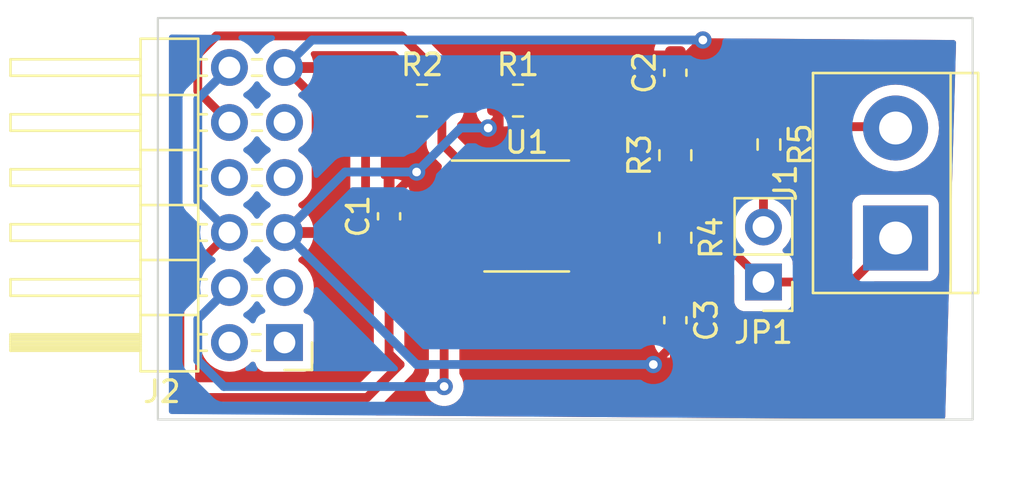
<source format=kicad_pcb>
(kicad_pcb (version 20221018) (generator pcbnew)
  (layers (0 "F.Cu" signal) (31 "B.Cu" signal) (34 "B.Paste" user) (35 "F.Paste" user) (36 "B.SilkS" user "B.Silkscreen") (37 "F.SilkS" user "F.Silkscreen") (38 "B.Mask" user) (39 "F.Mask" user) (44 "Edge.Cuts" user))
  (net 0 "")
  (net 1 "+3.3V")
  (net 2 "GND")
  (net 3 "Net-(C2-Pad1)")
  (net 4 "Net-(C3-Pad1)")
  (net 5 "CAN_L")
  (net 6 "CAN_H")
  (net 10 "CRX")
  (net 14 "CTX")
  (net 15 "Net-(JP1-B)")
  (net 16 "Net-(U1-Rs)")
  (footprint "Connector_PinHeader_2.54mm:PinHeader_2x06_P2.54mm_Horizontal" (layer "F.Cu") (at 154.94 88.9 180)
    (fp_text reference "J2" (at 5.655 -2.27) (layer "F.SilkS"))
    (fp_text value "PMOD")
    (fp_line (start -1.27 -1.27) (end 0 -1.27) (stroke (width 0.12)) (layer "F.SilkS"))
    (fp_line (start -1.27 0) (end -1.27 -1.27) (stroke (width 0.12)) (layer "F.SilkS"))
    (fp_line (start 1.042929 2.16) (end 1.497071 2.16) (stroke (width 0.12)) (layer "F.SilkS"))
    (fp_line (start 1.042929 2.92) (end 1.497071 2.92) (stroke (width 0.12)) (layer "F.SilkS"))
    (fp_line (start 1.042929 4.7) (end 1.497071 4.7) (stroke (width 0.12)) (layer "F.SilkS"))
    (fp_line (start 1.042929 5.46) (end 1.497071 5.46) (stroke (width 0.12)) (layer "F.SilkS"))
    (fp_line (start 1.042929 7.24) (end 1.497071 7.24) (stroke (width 0.12)) (layer "F.SilkS"))
    (fp_line (start 1.042929 8) (end 1.497071 8) (stroke (width 0.12)) (layer "F.SilkS"))
    (fp_line (start 1.042929 9.78) (end 1.497071 9.78) (stroke (width 0.12)) (layer "F.SilkS"))
    (fp_line (start 1.042929 10.54) (end 1.497071 10.54) (stroke (width 0.12)) (layer "F.SilkS"))
    (fp_line (start 1.042929 12.32) (end 1.497071 12.32) (stroke (width 0.12)) (layer "F.SilkS"))
    (fp_line (start 1.042929 13.08) (end 1.497071 13.08) (stroke (width 0.12)) (layer "F.SilkS"))
    (fp_line (start 1.11 -0.38) (end 1.497071 -0.38) (stroke (width 0.12)) (layer "F.SilkS"))
    (fp_line (start 1.11 0.38) (end 1.497071 0.38) (stroke (width 0.12)) (layer "F.SilkS"))
    (fp_line (start 3.582929 -0.38) (end 3.98 -0.38) (stroke (width 0.12)) (layer "F.SilkS"))
    (fp_line (start 3.582929 0.38) (end 3.98 0.38) (stroke (width 0.12)) (layer "F.SilkS"))
    (fp_line (start 3.582929 2.16) (end 3.98 2.16) (stroke (width 0.12)) (layer "F.SilkS"))
    (fp_line (start 3.582929 2.92) (end 3.98 2.92) (stroke (width 0.12)) (layer "F.SilkS"))
    (fp_line (start 3.582929 4.7) (end 3.98 4.7) (stroke (width 0.12)) (layer "F.SilkS"))
    (fp_line (start 3.582929 5.46) (end 3.98 5.46) (stroke (width 0.12)) (layer "F.SilkS"))
    (fp_line (start 3.582929 7.24) (end 3.98 7.24) (stroke (width 0.12)) (layer "F.SilkS"))
    (fp_line (start 3.582929 8) (end 3.98 8) (stroke (width 0.12)) (layer "F.SilkS"))
    (fp_line (start 3.582929 9.78) (end 3.98 9.78) (stroke (width 0.12)) (layer "F.SilkS"))
    (fp_line (start 3.582929 10.54) (end 3.98 10.54) (stroke (width 0.12)) (layer "F.SilkS"))
    (fp_line (start 3.582929 12.32) (end 3.98 12.32) (stroke (width 0.12)) (layer "F.SilkS"))
    (fp_line (start 3.582929 13.08) (end 3.98 13.08) (stroke (width 0.12)) (layer "F.SilkS"))
    (fp_line (start 3.98 -1.33) (end 3.98 14.03) (stroke (width 0.12)) (layer "F.SilkS"))
    (fp_line (start 3.98 1.27) (end 6.64 1.27) (stroke (width 0.12)) (layer "F.SilkS"))
    (fp_line (start 3.98 3.81) (end 6.64 3.81) (stroke (width 0.12)) (layer "F.SilkS"))
    (fp_line (start 3.98 6.35) (end 6.64 6.35) (stroke (width 0.12)) (layer "F.SilkS"))
    (fp_line (start 3.98 8.89) (end 6.64 8.89) (stroke (width 0.12)) (layer "F.SilkS"))
    (fp_line (start 3.98 11.43) (end 6.64 11.43) (stroke (width 0.12)) (layer "F.SilkS"))
    (fp_line (start 3.98 14.03) (end 6.64 14.03) (stroke (width 0.12)) (layer "F.SilkS"))
    (fp_line (start 6.64 -1.33) (end 3.98 -1.33) (stroke (width 0.12)) (layer "F.SilkS"))
    (fp_line (start 6.64 -0.38) (end 12.64 -0.38) (stroke (width 0.12)) (layer "F.SilkS"))
    (fp_line (start 6.64 -0.32) (end 12.64 -0.32) (stroke (width 0.12)) (layer "F.SilkS"))
    (fp_line (start 6.64 -0.2) (end 12.64 -0.2) (stroke (width 0.12)) (layer "F.SilkS"))
    (fp_line (start 6.64 -0.08) (end 12.64 -0.08) (stroke (width 0.12)) (layer "F.SilkS"))
    (fp_line (start 6.64 0.04) (end 12.64 0.04) (stroke (width 0.12)) (layer "F.SilkS"))
    (fp_line (start 6.64 0.16) (end 12.64 0.16) (stroke (width 0.12)) (layer "F.SilkS"))
    (fp_line (start 6.64 0.28) (end 12.64 0.28) (stroke (width 0.12)) (layer "F.SilkS"))
    (fp_line (start 6.64 2.16) (end 12.64 2.16) (stroke (width 0.12)) (layer "F.SilkS"))
    (fp_line (start 6.64 4.7) (end 12.64 4.7) (stroke (width 0.12)) (layer "F.SilkS"))
    (fp_line (start 6.64 7.24) (end 12.64 7.24) (stroke (width 0.12)) (layer "F.SilkS"))
    (fp_line (start 6.64 9.78) (end 12.64 9.78) (stroke (width 0.12)) (layer "F.SilkS"))
    (fp_line (start 6.64 12.32) (end 12.64 12.32) (stroke (width 0.12)) (layer "F.SilkS"))
    (fp_line (start 6.64 14.03) (end 6.64 -1.33) (stroke (width 0.12)) (layer "F.SilkS"))
    (fp_line (start 12.64 -0.38) (end 12.64 0.38) (stroke (width 0.12)) (layer "F.SilkS"))
    (fp_line (start 12.64 0.38) (end 6.64 0.38) (stroke (width 0.12)) (layer "F.SilkS"))
    (fp_line (start 12.64 2.16) (end 12.64 2.92) (stroke (width 0.12)) (layer "F.SilkS"))
    (fp_line (start 12.64 2.92) (end 6.64 2.92) (stroke (width 0.12)) (layer "F.SilkS"))
    (fp_line (start 12.64 4.7) (end 12.64 5.46) (stroke (width 0.12)) (layer "F.SilkS"))
    (fp_line (start 12.64 5.46) (end 6.64 5.46) (stroke (width 0.12)) (layer "F.SilkS"))
    (fp_line (start 12.64 7.24) (end 12.64 8) (stroke (width 0.12)) (layer "F.SilkS"))
    (fp_line (start 12.64 8) (end 6.64 8) (stroke (width 0.12)) (layer "F.SilkS"))
    (fp_line (start 12.64 9.78) (end 12.64 10.54) (stroke (width 0.12)) (layer "F.SilkS"))
    (fp_line (start 12.64 10.54) (end 6.64 10.54) (stroke (width 0.12)) (layer "F.SilkS"))
    (fp_line (start 12.64 12.32) (end 12.64 13.08) (stroke (width 0.12)) (layer "F.SilkS"))
    (fp_line (start 12.64 13.08) (end 6.64 13.08) (stroke (width 0.12)) (layer "F.SilkS"))
    (pad "1" thru_hole rect (at 0 0 180) (size 1.7 1.7) (drill 1) (layers "*.Cu" "*.Mask"))
    (pad "2" thru_hole oval (at 2.54 0 180) (size 1.7 1.7) (drill 1) (layers "*.Cu" "*.Mask"))
    (pad "3" thru_hole oval (at 0 2.54 180) (size 1.7 1.7) (drill 1) (layers "*.Cu" "*.Mask"))
    (pad "4" thru_hole oval (at 2.54 2.54 180) (size 1.7 1.7) (drill 1) (layers "*.Cu" "*.Mask") (net 10 "CRX"))
    (pad "5" thru_hole oval (at 0 5.08 180) (size 1.7 1.7) (drill 1) (layers "*.Cu" "*.Mask") (net 2 "GND"))
    (pad "6" thru_hole oval (at 2.54 5.08 180) (size 1.7 1.7) (drill 1) (layers "*.Cu" "*.Mask") (net 1 "+3.3V"))
    (pad "7" thru_hole oval (at 0 7.62 180) (size 1.7 1.7) (drill 1) (layers "*.Cu" "*.Mask"))
    (pad "8" thru_hole oval (at 2.54 7.62 180) (size 1.7 1.7) (drill 1) (layers "*.Cu" "*.Mask"))
    (pad "9" thru_hole oval (at 0 10.16 180) (size 1.7 1.7) (drill 1) (layers "*.Cu" "*.Mask"))
    (pad "10" thru_hole oval (at 2.54 10.16 180) (size 1.7 1.7) (drill 1) (layers "*.Cu" "*.Mask") (net 14 "CTX"))
    (pad "11" thru_hole oval (at 0 12.7 180) (size 1.7 1.7) (drill 1) (layers "*.Cu" "*.Mask") (net 2 "GND"))
    (pad "12" thru_hole oval (at 2.54 12.7 180) (size 1.7 1.7) (drill 1) (layers "*.Cu" "*.Mask") (net 1 "+3.3V"))
  )
  (footprint "Connector_PinHeader_2.54mm:PinHeader_1x02_P2.54mm_Vertical" (layer "F.Cu") (at 177.038 86.106 180)
    (fp_text reference "JP1" (at 0 -2.33) (layer "F.SilkS"))
    (fp_text value "Jumper_2_Open")
    (fp_line (start -1.33 -1.33) (end 0 -1.33) (stroke (width 0.12)) (layer "F.SilkS"))
    (fp_line (start -1.33 0) (end -1.33 -1.33) (stroke (width 0.12)) (layer "F.SilkS"))
    (fp_line (start -1.33 1.27) (end -1.33 3.87) (stroke (width 0.12)) (layer "F.SilkS"))
    (fp_line (start -1.33 1.27) (end 1.33 1.27) (stroke (width 0.12)) (layer "F.SilkS"))
    (fp_line (start -1.33 3.87) (end 1.33 3.87) (stroke (width 0.12)) (layer "F.SilkS"))
    (fp_line (start 1.33 1.27) (end 1.33 3.87) (stroke (width 0.12)) (layer "F.SilkS"))
    (pad "1" thru_hole rect (at 0 0 180) (size 1.7 1.7) (drill 1) (layers "*.Cu" "*.Mask") (net 5 "CAN_L"))
    (pad "2" thru_hole oval (at 0 2.54 180) (size 1.7 1.7) (drill 1) (layers "*.Cu" "*.Mask") (net 15 "Net-(JP1-B)"))
  )
  (footprint "Resistor_SMD:R_0805_2012Metric" (layer "F.Cu") (at 172.974 84.061 -90)
    (fp_text reference "R4" (at 0 -1.65 90) (layer "F.SilkS"))
    (fp_text value "100")
    (fp_line (start -0.227064 -0.735) (end 0.227064 -0.735) (stroke (width 0.12)) (layer "F.SilkS"))
    (fp_line (start -0.227064 0.735) (end 0.227064 0.735) (stroke (width 0.12)) (layer "F.SilkS"))
    (pad "1" smd roundrect (at -0.9125 0 270) (size 1.025 1.4) (layers "F.Cu" "F.Paste" "F.Mask") (roundrect_rratio 0.243902439) (net 5 "CAN_L"))
    (pad "2" smd roundrect (at 0.9125 0 270) (size 1.025 1.4) (layers "F.Cu" "F.Paste" "F.Mask") (roundrect_rratio 0.243902439) (net 4 "Net-(C3-Pad1)"))
  )
  (footprint "Capacitor_SMD:C_0603_1608Metric" (layer "F.Cu") (at 159.766 83.071 90)
    (fp_text reference "C1" (at 0 -1.43 90) (layer "F.SilkS"))
    (fp_text value "100nF")
    (fp_line (start -0.14058 -0.51) (end 0.14058 -0.51) (stroke (width 0.12)) (layer "F.SilkS"))
    (fp_line (start -0.14058 0.51) (end 0.14058 0.51) (stroke (width 0.12)) (layer "F.SilkS"))
    (pad "1" smd roundrect (at -0.775 0 90) (size 0.9 0.95) (layers "F.Cu" "F.Paste" "F.Mask") (net 1 "+3.3V"))
    (pad "2" smd roundrect (at 0.775 0 90) (size 0.9 0.95) (layers "F.Cu" "F.Paste" "F.Mask") (net 2 "GND"))
  )
  (footprint "Resistor_SMD:R_0805_2012Metric" (layer "F.Cu") (at 165.7115 77.724)
    (fp_text reference "R1" (at 0 -1.65) (layer "F.SilkS"))
    (fp_text value "4.7K")
    (fp_line (start -0.227064 -0.735) (end 0.227064 -0.735) (stroke (width 0.12)) (layer "F.SilkS"))
    (fp_line (start -0.227064 0.735) (end 0.227064 0.735) (stroke (width 0.12)) (layer "F.SilkS"))
    (pad "1" smd roundrect (at -0.9125 0) (size 1.025 1.4) (layers "F.Cu" "F.Paste" "F.Mask") (roundrect_rratio 0.243902439) (net 2 "GND"))
    (pad "2" smd roundrect (at 0.9125 0) (size 1.025 1.4) (layers "F.Cu" "F.Paste" "F.Mask") (roundrect_rratio 0.243902439) (net 16 "Net-(U1-Rs)"))
  )
  (footprint "Package_SO:SOIC-8_3.9x4.9mm_P1.27mm" (layer "F.Cu") (at 166.116 83.058)
    (fp_text reference "U1" (at 0 -3.4) (layer "F.SilkS"))
    (fp_text value "SN65HVD230")
    (fp_line (start 0 -2.56) (end -3.45 -2.56) (stroke (width 0.12)) (layer "F.SilkS"))
    (fp_line (start 0 -2.56) (end 1.95 -2.56) (stroke (width 0.12)) (layer "F.SilkS"))
    (fp_line (start 0 2.56) (end -1.95 2.56) (stroke (width 0.12)) (layer "F.SilkS"))
    (fp_line (start 0 2.56) (end 1.95 2.56) (stroke (width 0.12)) (layer "F.SilkS"))
    (pad "1" smd roundrect (at -2.475 -1.905) (size 1.95 0.6) (layers "F.Cu" "F.Paste" "F.Mask") (net 14 "CTX"))
    (pad "2" smd roundrect (at -2.475 -0.635) (size 1.95 0.6) (layers "F.Cu" "F.Paste" "F.Mask") (net 2 "GND"))
    (pad "3" smd roundrect (at -2.475 0.635) (size 1.95 0.6) (layers "F.Cu" "F.Paste" "F.Mask") (net 1 "+3.3V"))
    (pad "4" smd roundrect (at -2.475 1.905) (size 1.95 0.6) (layers "F.Cu" "F.Paste" "F.Mask") (net 10 "CRX"))
    (pad "5" smd roundrect (at 2.475 1.905) (size 1.95 0.6) (layers "F.Cu" "F.Paste" "F.Mask"))
    (pad "6" smd roundrect (at 2.475 0.635) (size 1.95 0.6) (layers "F.Cu" "F.Paste" "F.Mask") (net 5 "CAN_L"))
    (pad "7" smd roundrect (at 2.475 -0.635) (size 1.95 0.6) (layers "F.Cu" "F.Paste" "F.Mask") (net 6 "CAN_H"))
    (pad "8" smd roundrect (at 2.475 -1.905) (size 1.95 0.6) (layers "F.Cu" "F.Paste" "F.Mask") (net 16 "Net-(U1-Rs)"))
  )
  (footprint "TerminalBlock:TerminalBlock_bornier-2_P5.08mm" (layer "F.Cu") (at 183.134 84.074 90)
    (fp_text reference "J1" (at 2.54 -5.08 90) (layer "F.SilkS"))
    (fp_text value "Conn_01x02")
    (fp_line (start -2.54 -3.81) (end -2.54 3.81) (stroke (width 0.12)) (layer "F.SilkS"))
    (fp_line (start -2.54 3.81) (end 7.62 3.81) (stroke (width 0.12)) (layer "F.SilkS"))
    (fp_line (start 7.62 -3.81) (end -2.54 -3.81) (stroke (width 0.12)) (layer "F.SilkS"))
    (fp_line (start 7.62 2.54) (end -2.54 2.54) (stroke (width 0.12)) (layer "F.SilkS"))
    (fp_line (start 7.62 3.81) (end 7.62 -3.81) (stroke (width 0.12)) (layer "F.SilkS"))
    (pad "1" thru_hole rect (at 0 0 90) (size 3 3) (drill 1.52) (layers "*.Cu" "*.Mask") (net 5 "CAN_L"))
    (pad "2" thru_hole circle (at 5.08 0 90) (size 3 3) (drill 1.52) (layers "*.Cu" "*.Mask") (net 6 "CAN_H"))
  )
  (footprint "Resistor_SMD:R_0805_2012Metric" (layer "F.Cu") (at 172.974 80.251 90)
    (fp_text reference "R3" (at 0 -1.65 90) (layer "F.SilkS"))
    (fp_text value "100")
    (fp_line (start -0.227064 -0.735) (end 0.227064 -0.735) (stroke (width 0.12)) (layer "F.SilkS"))
    (fp_line (start -0.227064 0.735) (end 0.227064 0.735) (stroke (width 0.12)) (layer "F.SilkS"))
    (pad "1" smd roundrect (at -0.9125 0 90) (size 1.025 1.4) (layers "F.Cu" "F.Paste" "F.Mask") (roundrect_rratio 0.243902439) (net 6 "CAN_H"))
    (pad "2" smd roundrect (at 0.9125 0 90) (size 1.025 1.4) (layers "F.Cu" "F.Paste" "F.Mask") (roundrect_rratio 0.243902439) (net 3 "Net-(C2-Pad1)"))
  )
  (footprint "Capacitor_SMD:C_0603_1608Metric" (layer "F.Cu") (at 172.974 87.871 -90)
    (fp_text reference "C3" (at 0 -1.43 90) (layer "F.SilkS"))
    (fp_text value "560pF")
    (fp_line (start -0.14058 -0.51) (end 0.14058 -0.51) (stroke (width 0.12)) (layer "F.SilkS"))
    (fp_line (start -0.14058 0.51) (end 0.14058 0.51) (stroke (width 0.12)) (layer "F.SilkS"))
    (pad "1" smd roundrect (at -0.775 0 270) (size 0.9 0.95) (layers "F.Cu" "F.Paste" "F.Mask") (net 4 "Net-(C3-Pad1)"))
    (pad "2" smd roundrect (at 0.775 0 270) (size 0.9 0.95) (layers "F.Cu" "F.Paste" "F.Mask") (net 2 "GND"))
  )
  (footprint "Resistor_SMD:R_0603_1608Metric" (layer "F.Cu") (at 177.292 79.756 -90)
    (fp_text reference "R5" (at 0 -1.43 90) (layer "F.SilkS"))
    (fp_text value "120")
    (fp_line (start -0.237258 -0.5225) (end 0.237258 -0.5225) (stroke (width 0.12)) (layer "F.SilkS"))
    (fp_line (start -0.237258 0.5225) (end 0.237258 0.5225) (stroke (width 0.12)) (layer "F.SilkS"))
    (pad "1" smd roundrect (at -0.825 0 270) (size 0.8 0.95) (layers "F.Cu" "F.Paste" "F.Mask") (net 6 "CAN_H"))
    (pad "2" smd roundrect (at 0.825 0 270) (size 0.8 0.95) (layers "F.Cu" "F.Paste" "F.Mask") (net 15 "Net-(JP1-B)"))
  )
  (footprint "Resistor_SMD:R_0805_2012Metric" (layer "F.Cu") (at 161.29 77.724)
    (fp_text reference "R2" (at 0 -1.65) (layer "F.SilkS"))
    (fp_text value "4.7k")
    (fp_line (start -0.227064 -0.735) (end 0.227064 -0.735) (stroke (width 0.12)) (layer "F.SilkS"))
    (fp_line (start -0.227064 0.735) (end 0.227064 0.735) (stroke (width 0.12)) (layer "F.SilkS"))
    (pad "1" smd roundrect (at -0.9125 0) (size 1.025 1.4) (layers "F.Cu" "F.Paste" "F.Mask") (roundrect_rratio 0.243902439) (net 1 "+3.3V"))
    (pad "2" smd roundrect (at 0.9125 0) (size 1.025 1.4) (layers "F.Cu" "F.Paste" "F.Mask") (roundrect_rratio 0.243902439) (net 14 "CTX"))
  )
  (footprint "Capacitor_SMD:C_0603_1608Metric" (layer "F.Cu") (at 172.974 76.441 90)
    (fp_text reference "C2" (at 0 -1.43 90) (layer "F.SilkS"))
    (fp_text value "560pF")
    (fp_line (start -0.14058 -0.51) (end 0.14058 -0.51) (stroke (width 0.12)) (layer "F.SilkS"))
    (fp_line (start -0.14058 0.51) (end 0.14058 0.51) (stroke (width 0.12)) (layer "F.SilkS"))
    (pad "1" smd roundrect (at -0.775 0 90) (size 0.9 0.95) (layers "F.Cu" "F.Paste" "F.Mask") (net 3 "Net-(C2-Pad1)"))
    (pad "2" smd roundrect (at 0.775 0 90) (size 0.9 0.95) (layers "F.Cu" "F.Paste" "F.Mask") (net 2 "GND"))
  )
  (gr_rect (start 149.098 73.914) (end 186.69 92.456) (stroke (width 0.1)) (fill none) (layer "Edge.Cuts"))
  (segment (start 152.4 83.82) (end 150.114 86.106) (width 0.4064) (layer "F.Cu") (net 1))
  (segment (start 159.766 83.846) (end 159.291 83.846) (width 0.4064) (layer "F.Cu") (net 1))
  (segment (start 159.766 89.408) (end 159.766 83.846) (width 0.4064) (layer "F.Cu") (net 1))
  (segment (start 150.114 86.106) (end 150.114 91.44) (width 0.4064) (layer "F.Cu") (net 1))
  (segment (start 159.766 83.846) (end 163.488 83.846) (width 0.4064) (layer "F.Cu") (net 1))
  (segment (start 159.291 83.846) (end 158.6814 83.2364) (width 0.4064) (layer "F.Cu") (net 1))
  (segment (start 158.75 91.44) (end 160.274 89.916) (width 0.4064) (layer "F.Cu") (net 1))
  (segment (start 158.6814 79.4201) (end 160.3775 77.724) (width 0.4064) (layer "F.Cu") (net 1))
  (segment (start 160.274 89.916) (end 159.766 89.408) (width 0.4064) (layer "F.Cu") (net 1))
  (segment (start 163.488 83.846) (end 163.641 83.693) (width 0.4064) (layer "F.Cu") (net 1))
  (segment (start 150.114 91.44) (end 158.75 91.44) (width 0.4064) (layer "F.Cu") (net 1))
  (segment (start 158.6814 83.2364) (end 158.6814 79.4201) (width 0.4064) (layer "F.Cu") (net 1))
  (segment (start 152.4 76.2) (end 150.9404 77.6596) (width 0.4064) (layer "B.Cu") (net 1))
  (segment (start 150.9404 77.6596) (end 150.9404 82.3604) (width 0.4064) (layer "B.Cu") (net 1))
  (segment (start 150.9404 82.3604) (end 152.4 83.82) (width 0.4064) (layer "B.Cu") (net 1))
  (segment (start 159.766 82.296) (end 163.514 82.296) (width 0.4064) (layer "F.Cu") (net 2))
  (segment (start 164.615999 82.423) (end 167.0064 84.813401) (width 0.4064) (layer "F.Cu") (net 2))
  (segment (start 164.799 77.724) (end 164.799 78.533) (width 0.4064) (layer "F.Cu") (net 2))
  (segment (start 172.974 88.9) (end 171.958 89.916) (width 0.4064) (layer "F.Cu") (net 2))
  (segment (start 164.799 77.613916) (end 166.746916 75.666) (width 0.4064) (layer "F.Cu") (net 2))
  (segment (start 167.0064 85.4724) (end 170.18 88.646) (width 0.4064) (layer "F.Cu") (net 2))
  (segment (start 154.94 76.2) (end 156.3996 77.6596) (width 0.4064) (layer "F.Cu") (net 2))
  (segment (start 164.799 78.533) (end 164.338 78.994) (width 0.4064) (layer "F.Cu") (net 2))
  (segment (start 159.766 82.296) (end 161.036 81.026) (width 0.4064) (layer "F.Cu") (net 2))
  (segment (start 172.974 88.646) (end 172.974 88.9) (width 0.4064) (layer "F.Cu") (net 2))
  (segment (start 164.799 77.724) (end 164.799 77.613916) (width 0.4064) (layer "F.Cu") (net 2))
  (segment (start 163.641 82.423) (end 164.615999 82.423) (width 0.4064) (layer "F.Cu") (net 2))
  (segment (start 156.3996 82.3604) (end 154.94 83.82) (width 0.4064) (layer "F.Cu") (net 2))
  (segment (start 166.746916 75.666) (end 172.974 75.666) (width 0.4064) (layer "F.Cu") (net 2))
  (segment (start 173.508 75.666) (end 174.244 74.93) (width 0.4064) (layer "F.Cu") (net 2))
  (segment (start 170.18 88.646) (end 172.974 88.646) (width 0.4064) (layer "F.Cu") (net 2))
  (segment (start 172.974 75.666) (end 173.508 75.666) (width 0.4064) (layer "F.Cu") (net 2))
  (segment (start 167.0064 84.813401) (end 167.0064 85.4724) (width 0.4064) (layer "F.Cu") (net 2))
  (segment (start 163.514 82.296) (end 163.641 82.423) (width 0.4064) (layer "F.Cu") (net 2))
  (segment (start 156.3996 77.6596) (end 156.3996 82.3604) (width 0.4064) (layer "F.Cu") (net 2))
  (via (at 161.036 81.026) (size 0.8) (drill 0.4) (layers "F.Cu" "B.Cu") (net 2))
  (via (at 174.244 74.93) (size 0.8) (drill 0.4) (layers "F.Cu" "B.Cu") (net 2))
  (via (at 171.958 89.916) (size 0.8) (drill 0.4) (layers "F.Cu" "B.Cu") (net 2))
  (via (at 164.338 78.994) (size 0.8) (drill 0.4) (layers "F.Cu" "B.Cu") (net 2))
  (segment (start 171.958 89.916) (end 161.036 89.916) (width 0.4064) (layer "B.Cu") (net 2))
  (segment (start 174.244 74.93) (end 156.21 74.93) (width 0.4064) (layer "B.Cu") (net 2))
  (segment (start 164.338 78.994) (end 163.068 78.994) (width 0.4064) (layer "B.Cu") (net 2))
  (segment (start 161.036 81.026) (end 157.734 81.026) (width 0.4064) (layer "B.Cu") (net 2))
  (segment (start 163.068 78.994) (end 161.036 81.026) (width 0.4064) (layer "B.Cu") (net 2))
  (segment (start 161.036 89.916) (end 154.94 83.82) (width 0.4064) (layer "B.Cu") (net 2))
  (segment (start 157.734 81.026) (end 154.94 83.82) (width 0.4064) (layer "B.Cu") (net 2))
  (segment (start 156.21 74.93) (end 154.94 76.2) (width 0.4064) (layer "B.Cu") (net 2))
  (segment (start 172.974 77.216) (end 172.974 79.3385) (width 0.4064) (layer "F.Cu") (net 3))
  (segment (start 172.974 84.9735) (end 172.974 87.096) (width 0.4064) (layer "F.Cu") (net 4))
  (segment (start 182.626 83.566) (end 183.134 84.074) (width 0.4064) (layer "F.Cu") (net 5))
  (segment (start 177.038 86.106) (end 181.102 86.106) (width 0.4064) (layer "F.Cu") (net 5))
  (segment (start 174.0805 83.1485) (end 177.038 86.106) (width 0.4064) (layer "F.Cu") (net 5))
  (segment (start 181.102 86.106) (end 183.134 84.074) (width 0.4064) (layer "F.Cu") (net 5))
  (segment (start 172.4295 83.693) (end 172.974 83.1485) (width 0.4064) (layer "F.Cu") (net 5))
  (segment (start 172.974 83.1485) (end 174.0805 83.1485) (width 0.4064) (layer "F.Cu") (net 5))
  (segment (start 168.591 83.693) (end 172.4295 83.693) (width 0.4064) (layer "F.Cu") (net 5))
  (segment (start 172.974 81.1635) (end 175.0595 81.1635) (width 0.4064) (layer "F.Cu") (net 6))
  (segment (start 172.974 81.1635) (end 171.7145 82.423) (width 0.4064) (layer "F.Cu") (net 6))
  (segment (start 171.7145 82.423) (end 168.591 82.423) (width 0.4064) (layer "F.Cu") (net 6))
  (segment (start 177.292 78.931) (end 183.071 78.931) (width 0.4064) (layer "F.Cu") (net 6))
  (segment (start 183.071 78.931) (end 183.134 78.994) (width 0.4064) (layer "F.Cu") (net 6))
  (segment (start 175.0595 81.1635) (end 177.292 78.931) (width 0.4064) (layer "F.Cu") (net 6))
  (segment (start 162.306 90.932) (end 162.306 86.298) (width 0.4064) (layer "F.Cu") (net 10))
  (segment (start 162.306 86.298) (end 163.641 84.963) (width 0.4064) (layer "F.Cu") (net 10))
  (via (at 162.306 90.932) (size 0.8) (drill 0.4) (layers "F.Cu" "B.Cu") (net 10))
  (segment (start 152.146 90.932) (end 162.306 90.932) (width 0.4064) (layer "B.Cu") (net 10))
  (segment (start 152.4 86.36) (end 150.9404 87.8196) (width 0.4064) (layer "B.Cu") (net 10))
  (segment (start 150.9404 89.7264) (end 152.146 90.932) (width 0.4064) (layer "B.Cu") (net 10))
  (segment (start 150.9404 87.8196) (end 150.9404 89.7264) (width 0.4064) (layer "B.Cu") (net 10))
  (segment (start 152.4 78.74) (end 150.9404 77.2804) (width 0.4064) (layer "F.Cu") (net 14))
  (segment (start 150.9404 75.595413) (end 151.795413 74.7404) (width 0.4064) (layer "F.Cu") (net 14))
  (segment (start 162.2025 76.6045) (end 162.2025 77.724) (width 0.4064) (layer "F.Cu") (net 14))
  (segment (start 151.795413 74.7404) (end 160.3384 74.7404) (width 0.4064) (layer "F.Cu") (net 14))
  (segment (start 150.9404 77.2804) (end 150.9404 75.595413) (width 0.4064) (layer "F.Cu") (net 14))
  (segment (start 162.2025 79.7145) (end 163.641 81.153) (width 0.4064) (layer "F.Cu") (net 14))
  (segment (start 162.2025 77.724) (end 162.2025 79.7145) (width 0.4064) (layer "F.Cu") (net 14))
  (segment (start 160.3384 74.7404) (end 162.2025 76.6045) (width 0.4064) (layer "F.Cu") (net 14))
  (segment (start 177.038 80.835) (end 177.292 80.581) (width 0.4064) (layer "F.Cu") (net 15))
  (segment (start 177.038 83.566) (end 177.038 80.835) (width 0.4064) (layer "F.Cu") (net 15))
  (segment (start 166.624 79.186) (end 168.591 81.153) (width 0.4064) (layer "F.Cu") (net 16))
  (segment (start 166.624 77.724) (end 166.624 79.186) (width 0.4064) (layer "F.Cu") (net 16))
  (zone (net 2) (net_name "GND") (layer "F.Cu") (priority 1) (connect_pads (clearance 0.5)) (min_thickness 0.25) (fill yes (thermal_gap 0.5) (thermal_bridge_width 0.5))
    (polygon (pts (xy 185.928 74.93) (xy 149.606 74.676) (xy 149.606 92.202) (xy 185.42 92.456)))
  )
  (zone (net 0) (net_name "") (layer "B.Cu") (connect_pads (clearance 0.5)) (min_thickness 0.25) (fill yes (thermal_gap 0.5) (thermal_bridge_width 0.5) (island_removal_mode 1) (island_area_min 10))
    (polygon (pts (xy 185.674 74.93) (xy 149.606 74.676) (xy 149.606 92.202) (xy 185.42 92.456) (xy 185.928 74.93)))
  )
)
</source>
